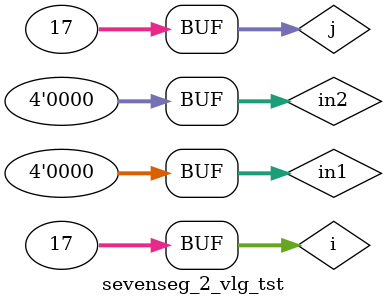
<source format=v>
`timescale 1 ps/ 1 ps

module sevenseg_2_vlg_tst();

reg [3:0] in1;
reg [3:0] in2;                                             

wire [6:0] out1;
wire [6:0] out2;

integer i;
integer j;
                         
sevenseg_2 dut (
	.in1  (in1),
	.in2  (in2),
	.out1 (out1),
	.out2 (out2)
);

initial begin
	$dumpfile("sevenseg_2_vlg_tst.vcd");
	$dumpvars(0, sevenseg_2_vlg_tst);
	$monitor("in1 = %d in2 = %d out1 = %b out2 = %b", in1, in2, out1, out2);
		
	for (i = 0; i <= 16; i = i + 1) begin
		for (j = 0; j <= 16; j = j + 1) begin
			#10 in2 = j;
		end
		#10 in1 = i;
	end
end

endmodule

</source>
